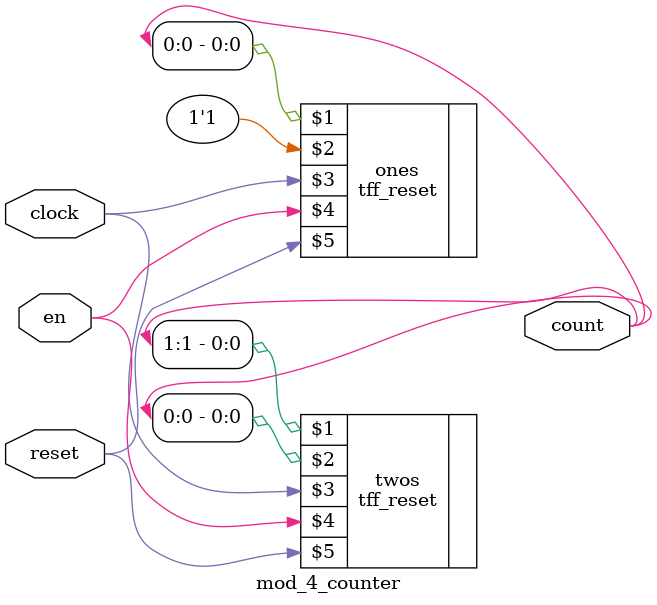
<source format=v>
module mod_4_counter(count, clock, en, reset);

    input clock, en, reset;
    output [1:0] count;
    tff_reset ones(count[0], 1'b1, clock, en, reset);
    tff_reset twos(count[1], count[0], clock, en, reset);

endmodule
</source>
